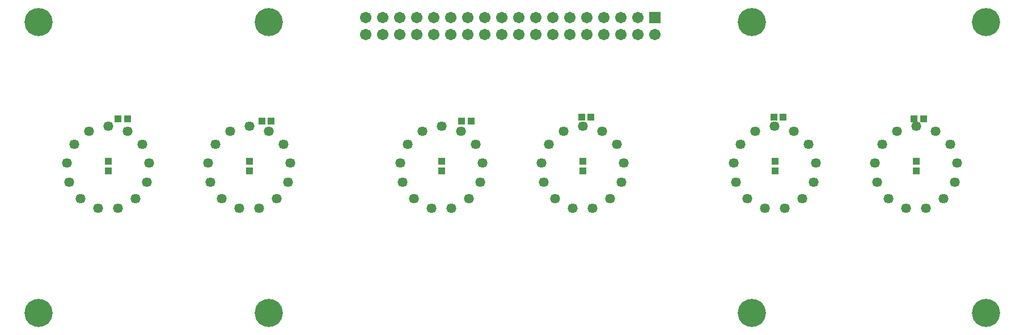
<source format=gbs>
G04*
G04 #@! TF.GenerationSoftware,Altium Limited,Altium Designer,20.0.12 (288)*
G04*
G04 Layer_Color=16711935*
%FSLAX25Y25*%
%MOIN*%
G70*
G01*
G75*
%ADD14C,0.05760*%
%ADD15C,0.06706*%
%ADD16R,0.06706X0.06706*%
%ADD17C,0.16548*%
%ADD26R,0.04343X0.03950*%
%ADD27R,0.03950X0.04343*%
D14*
X631175Y274578D02*
D03*
X653825D02*
D03*
X642500Y277370D02*
D03*
X618308Y255937D02*
D03*
X619714Y244358D02*
D03*
X626340Y234759D02*
D03*
X636668Y229338D02*
D03*
X648332D02*
D03*
X658660Y234759D02*
D03*
X665286Y244358D02*
D03*
X666692Y255937D02*
D03*
X662556Y266844D02*
D03*
X622444D02*
D03*
X539252D02*
D03*
X579364D02*
D03*
X583500Y255937D02*
D03*
X582094Y244358D02*
D03*
X575468Y234759D02*
D03*
X565140Y229338D02*
D03*
X553476D02*
D03*
X543148Y234759D02*
D03*
X536522Y244358D02*
D03*
X535116Y255937D02*
D03*
X559308Y277370D02*
D03*
X570633Y274578D02*
D03*
X547983D02*
D03*
X435175D02*
D03*
X457825D02*
D03*
X446500Y277370D02*
D03*
X422308Y255937D02*
D03*
X423714Y244358D02*
D03*
X430340Y234759D02*
D03*
X440668Y229338D02*
D03*
X452332D02*
D03*
X462660Y234759D02*
D03*
X469286Y244358D02*
D03*
X470692Y255937D02*
D03*
X466556Y266844D02*
D03*
X426444D02*
D03*
X343444D02*
D03*
X383556D02*
D03*
X387692Y255937D02*
D03*
X386286Y244358D02*
D03*
X379660Y234759D02*
D03*
X369332Y229338D02*
D03*
X357668D02*
D03*
X347340Y234759D02*
D03*
X340714Y244358D02*
D03*
X339308Y255937D02*
D03*
X363500Y277370D02*
D03*
X374825Y274578D02*
D03*
X352175D02*
D03*
X239175D02*
D03*
X261825D02*
D03*
X250500Y277370D02*
D03*
X226308Y255937D02*
D03*
X227714Y244358D02*
D03*
X234340Y234759D02*
D03*
X244668Y229338D02*
D03*
X256332D02*
D03*
X266660Y234759D02*
D03*
X273286Y244358D02*
D03*
X274692Y255937D02*
D03*
X270556Y266844D02*
D03*
X230444D02*
D03*
X147388D02*
D03*
X187500D02*
D03*
X191636Y255937D02*
D03*
X190230Y244358D02*
D03*
X183604Y234759D02*
D03*
X173276Y229338D02*
D03*
X161612D02*
D03*
X151284Y234759D02*
D03*
X144658Y244358D02*
D03*
X143252Y255937D02*
D03*
X167444Y277370D02*
D03*
X178769Y274578D02*
D03*
X156119D02*
D03*
D15*
X319000Y331500D02*
D03*
Y341500D02*
D03*
X329000Y331500D02*
D03*
Y341500D02*
D03*
X339000Y331500D02*
D03*
Y341500D02*
D03*
X349000Y331500D02*
D03*
Y341500D02*
D03*
X359000Y331500D02*
D03*
Y341500D02*
D03*
X369000Y331500D02*
D03*
Y341500D02*
D03*
X379000Y331500D02*
D03*
Y341500D02*
D03*
X389000Y331500D02*
D03*
Y341500D02*
D03*
X399000Y331500D02*
D03*
Y341500D02*
D03*
X409000Y331500D02*
D03*
Y341500D02*
D03*
X419000Y331500D02*
D03*
Y341500D02*
D03*
X429000Y331500D02*
D03*
Y341500D02*
D03*
X439000Y331500D02*
D03*
Y341500D02*
D03*
X449000Y331500D02*
D03*
Y341500D02*
D03*
X459000Y331500D02*
D03*
Y341500D02*
D03*
X469000Y331500D02*
D03*
Y341500D02*
D03*
X479000Y331500D02*
D03*
Y341500D02*
D03*
X489000Y331500D02*
D03*
D16*
Y341500D02*
D03*
D17*
X683500Y339000D02*
D03*
X126500D02*
D03*
Y167500D02*
D03*
X683500D02*
D03*
X546000Y339000D02*
D03*
X262000D02*
D03*
Y167500D02*
D03*
X546000D02*
D03*
D26*
X250500Y251244D02*
D03*
Y256756D02*
D03*
X446500Y251244D02*
D03*
Y256756D02*
D03*
X167444Y251244D02*
D03*
Y256756D02*
D03*
X363500Y251244D02*
D03*
Y256756D02*
D03*
X559500Y251244D02*
D03*
Y256756D02*
D03*
X642500Y251244D02*
D03*
Y256756D02*
D03*
D27*
X173244Y282000D02*
D03*
X178756D02*
D03*
X257744Y280500D02*
D03*
X263256D02*
D03*
X375244D02*
D03*
X380756D02*
D03*
X445744Y283000D02*
D03*
X451256D02*
D03*
X558744D02*
D03*
X564256D02*
D03*
X641244Y282000D02*
D03*
X646756D02*
D03*
M02*

</source>
